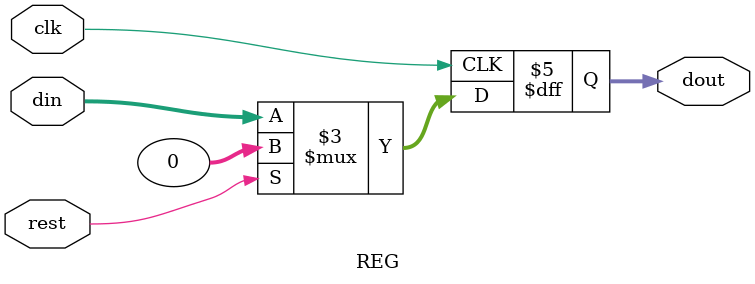
<source format=v>
`timescale 1ps/1ps 

 module REG (
		output reg [31:0] dout , 
		input rest,clk,  
		input [31:0] din 
 
 ); 
	always @(posedge clk)
		begin  #50
 
 
			if (rest)
			      dout <=0; 
				  
			else dout<= din;

		end 

 endmodule 
</source>
